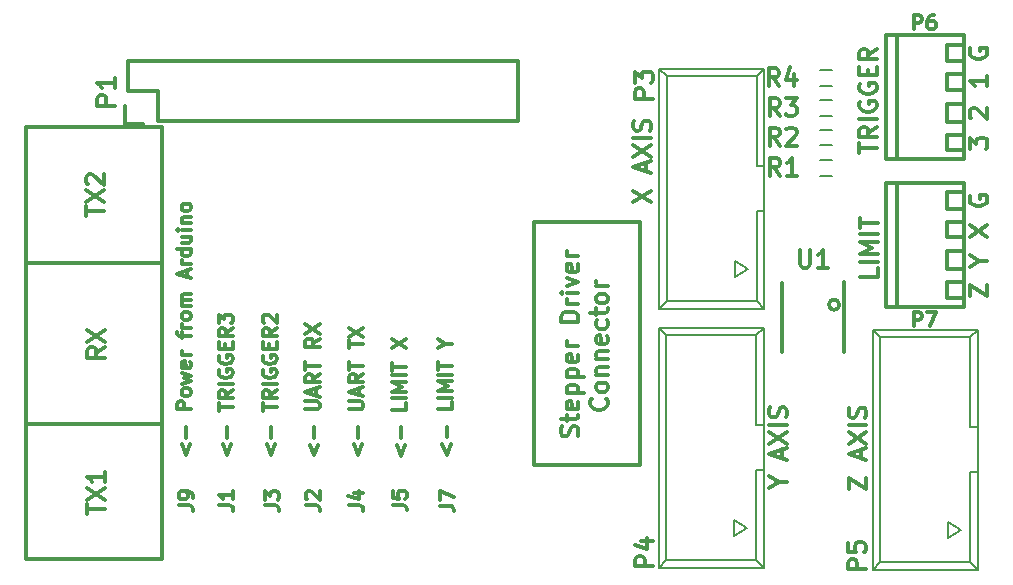
<source format=gto>
G04 #@! TF.FileFunction,Legend,Top*
%FSLAX46Y46*%
G04 Gerber Fmt 4.6, Leading zero omitted, Abs format (unit mm)*
G04 Created by KiCad (PCBNEW 4.0.0-rc1-stable) date 12.5.2016 9:55:22*
%MOMM*%
G01*
G04 APERTURE LIST*
%ADD10C,0.100000*%
%ADD11C,0.300000*%
%ADD12C,0.150000*%
%ADD13C,0.304800*%
G04 APERTURE END LIST*
D10*
D11*
X80078571Y-11699999D02*
X80078571Y-10771428D01*
X80650000Y-11271428D01*
X80650000Y-11057142D01*
X80721429Y-10914285D01*
X80792857Y-10842856D01*
X80935714Y-10771428D01*
X81292857Y-10771428D01*
X81435714Y-10842856D01*
X81507143Y-10914285D01*
X81578571Y-11057142D01*
X81578571Y-11485714D01*
X81507143Y-11628571D01*
X81435714Y-11699999D01*
X80221429Y-9128571D02*
X80150000Y-9057142D01*
X80078571Y-8914285D01*
X80078571Y-8557142D01*
X80150000Y-8414285D01*
X80221429Y-8342856D01*
X80364286Y-8271428D01*
X80507143Y-8271428D01*
X80721429Y-8342856D01*
X81578571Y-9199999D01*
X81578571Y-8271428D01*
X81578571Y-5571428D02*
X81578571Y-6428571D01*
X81578571Y-5999999D02*
X80078571Y-5999999D01*
X80292857Y-6142856D01*
X80435714Y-6285714D01*
X80507143Y-6428571D01*
X80150000Y-3207143D02*
X80078571Y-3350000D01*
X80078571Y-3564286D01*
X80150000Y-3778571D01*
X80292857Y-3921429D01*
X80435714Y-3992857D01*
X80721429Y-4064286D01*
X80935714Y-4064286D01*
X81221429Y-3992857D01*
X81364286Y-3921429D01*
X81507143Y-3778571D01*
X81578571Y-3564286D01*
X81578571Y-3421429D01*
X81507143Y-3207143D01*
X81435714Y-3135714D01*
X80935714Y-3135714D01*
X80935714Y-3421429D01*
X80078571Y-24199999D02*
X80078571Y-23199999D01*
X81578571Y-24199999D01*
X81578571Y-23199999D01*
X80864286Y-21200000D02*
X81578571Y-21200000D01*
X80078571Y-21700000D02*
X80864286Y-21200000D01*
X80078571Y-20700000D01*
X80078571Y-19199999D02*
X81578571Y-18199999D01*
X80078571Y-18199999D02*
X81578571Y-19199999D01*
X80150000Y-15707143D02*
X80078571Y-15850000D01*
X80078571Y-16064286D01*
X80150000Y-16278571D01*
X80292857Y-16421429D01*
X80435714Y-16492857D01*
X80721429Y-16564286D01*
X80935714Y-16564286D01*
X81221429Y-16492857D01*
X81364286Y-16421429D01*
X81507143Y-16278571D01*
X81578571Y-16064286D01*
X81578571Y-15921429D01*
X81507143Y-15707143D01*
X81435714Y-15635714D01*
X80935714Y-15635714D01*
X80935714Y-15921429D01*
X63914286Y-39949999D02*
X64628571Y-39949999D01*
X63128571Y-40449999D02*
X63914286Y-39949999D01*
X63128571Y-39449999D01*
X64200000Y-37878571D02*
X64200000Y-37164285D01*
X64628571Y-38021428D02*
X63128571Y-37521428D01*
X64628571Y-37021428D01*
X63128571Y-36664285D02*
X64628571Y-35664285D01*
X63128571Y-35664285D02*
X64628571Y-36664285D01*
X64628571Y-35092857D02*
X63128571Y-35092857D01*
X64557143Y-34450000D02*
X64628571Y-34235714D01*
X64628571Y-33878571D01*
X64557143Y-33735714D01*
X64485714Y-33664285D01*
X64342857Y-33592857D01*
X64200000Y-33592857D01*
X64057143Y-33664285D01*
X63985714Y-33735714D01*
X63914286Y-33878571D01*
X63842857Y-34164285D01*
X63771429Y-34307143D01*
X63700000Y-34378571D01*
X63557143Y-34450000D01*
X63414286Y-34450000D01*
X63271429Y-34378571D01*
X63200000Y-34307143D01*
X63128571Y-34164285D01*
X63128571Y-33807143D01*
X63200000Y-33592857D01*
X51578571Y-16249999D02*
X53078571Y-15249999D01*
X51578571Y-15249999D02*
X53078571Y-16249999D01*
X52650000Y-13607143D02*
X52650000Y-12892857D01*
X53078571Y-13750000D02*
X51578571Y-13250000D01*
X53078571Y-12750000D01*
X51578571Y-12392857D02*
X53078571Y-11392857D01*
X51578571Y-11392857D02*
X53078571Y-12392857D01*
X53078571Y-10821429D02*
X51578571Y-10821429D01*
X53007143Y-10178572D02*
X53078571Y-9964286D01*
X53078571Y-9607143D01*
X53007143Y-9464286D01*
X52935714Y-9392857D01*
X52792857Y-9321429D01*
X52650000Y-9321429D01*
X52507143Y-9392857D01*
X52435714Y-9464286D01*
X52364286Y-9607143D01*
X52292857Y-9892857D01*
X52221429Y-10035715D01*
X52150000Y-10107143D01*
X52007143Y-10178572D01*
X51864286Y-10178572D01*
X51721429Y-10107143D01*
X51650000Y-10035715D01*
X51578571Y-9892857D01*
X51578571Y-9535715D01*
X51650000Y-9321429D01*
X69828571Y-40549999D02*
X69828571Y-39549999D01*
X71328571Y-40549999D01*
X71328571Y-39549999D01*
X70900000Y-37907143D02*
X70900000Y-37192857D01*
X71328571Y-38050000D02*
X69828571Y-37550000D01*
X71328571Y-37050000D01*
X69828571Y-36692857D02*
X71328571Y-35692857D01*
X69828571Y-35692857D02*
X71328571Y-36692857D01*
X71328571Y-35121429D02*
X69828571Y-35121429D01*
X71257143Y-34478572D02*
X71328571Y-34264286D01*
X71328571Y-33907143D01*
X71257143Y-33764286D01*
X71185714Y-33692857D01*
X71042857Y-33621429D01*
X70900000Y-33621429D01*
X70757143Y-33692857D01*
X70685714Y-33764286D01*
X70614286Y-33907143D01*
X70542857Y-34192857D01*
X70471429Y-34335715D01*
X70400000Y-34407143D01*
X70257143Y-34478572D01*
X70114286Y-34478572D01*
X69971429Y-34407143D01*
X69900000Y-34335715D01*
X69828571Y-34192857D01*
X69828571Y-33835715D01*
X69900000Y-33621429D01*
X70728571Y-12064286D02*
X70728571Y-11207143D01*
X72228571Y-11635714D02*
X70728571Y-11635714D01*
X72228571Y-9850000D02*
X71514286Y-10350000D01*
X72228571Y-10707143D02*
X70728571Y-10707143D01*
X70728571Y-10135715D01*
X70800000Y-9992857D01*
X70871429Y-9921429D01*
X71014286Y-9850000D01*
X71228571Y-9850000D01*
X71371429Y-9921429D01*
X71442857Y-9992857D01*
X71514286Y-10135715D01*
X71514286Y-10707143D01*
X72228571Y-9207143D02*
X70728571Y-9207143D01*
X70800000Y-7707143D02*
X70728571Y-7850000D01*
X70728571Y-8064286D01*
X70800000Y-8278571D01*
X70942857Y-8421429D01*
X71085714Y-8492857D01*
X71371429Y-8564286D01*
X71585714Y-8564286D01*
X71871429Y-8492857D01*
X72014286Y-8421429D01*
X72157143Y-8278571D01*
X72228571Y-8064286D01*
X72228571Y-7921429D01*
X72157143Y-7707143D01*
X72085714Y-7635714D01*
X71585714Y-7635714D01*
X71585714Y-7921429D01*
X70800000Y-6207143D02*
X70728571Y-6350000D01*
X70728571Y-6564286D01*
X70800000Y-6778571D01*
X70942857Y-6921429D01*
X71085714Y-6992857D01*
X71371429Y-7064286D01*
X71585714Y-7064286D01*
X71871429Y-6992857D01*
X72014286Y-6921429D01*
X72157143Y-6778571D01*
X72228571Y-6564286D01*
X72228571Y-6421429D01*
X72157143Y-6207143D01*
X72085714Y-6135714D01*
X71585714Y-6135714D01*
X71585714Y-6421429D01*
X71442857Y-5492857D02*
X71442857Y-4992857D01*
X72228571Y-4778571D02*
X72228571Y-5492857D01*
X70728571Y-5492857D01*
X70728571Y-4778571D01*
X72228571Y-3278571D02*
X71514286Y-3778571D01*
X72228571Y-4135714D02*
X70728571Y-4135714D01*
X70728571Y-3564286D01*
X70800000Y-3421428D01*
X70871429Y-3350000D01*
X71014286Y-3278571D01*
X71228571Y-3278571D01*
X71371429Y-3350000D01*
X71442857Y-3421428D01*
X71514286Y-3564286D01*
X71514286Y-4135714D01*
X72278571Y-21828571D02*
X72278571Y-22542857D01*
X70778571Y-22542857D01*
X72278571Y-21328571D02*
X70778571Y-21328571D01*
X72278571Y-20614285D02*
X70778571Y-20614285D01*
X71850000Y-20114285D01*
X70778571Y-19614285D01*
X72278571Y-19614285D01*
X72278571Y-18899999D02*
X70778571Y-18899999D01*
X70778571Y-18399999D02*
X70778571Y-17542856D01*
X72278571Y-17971427D02*
X70778571Y-17971427D01*
X35442857Y-36714286D02*
X35785714Y-37628572D01*
X36128571Y-36714286D01*
X35785714Y-36142858D02*
X35785714Y-35228572D01*
X36242857Y-33171429D02*
X36242857Y-33742858D01*
X35042857Y-33742858D01*
X36242857Y-32771429D02*
X35042857Y-32771429D01*
X36242857Y-32200000D02*
X35042857Y-32200000D01*
X35900000Y-31800000D01*
X35042857Y-31400000D01*
X36242857Y-31400000D01*
X36242857Y-30828571D02*
X35042857Y-30828571D01*
X35042857Y-30428570D02*
X35042857Y-29742856D01*
X36242857Y-30085713D02*
X35042857Y-30085713D01*
X35671429Y-28199998D02*
X36242857Y-28199998D01*
X35042857Y-28599998D02*
X35671429Y-28199998D01*
X35042857Y-27799998D01*
X31567857Y-36771429D02*
X31910714Y-37685715D01*
X32253571Y-36771429D01*
X31910714Y-36200001D02*
X31910714Y-35285715D01*
X32367857Y-33228572D02*
X32367857Y-33800001D01*
X31167857Y-33800001D01*
X32367857Y-32828572D02*
X31167857Y-32828572D01*
X32367857Y-32257143D02*
X31167857Y-32257143D01*
X32025000Y-31857143D01*
X31167857Y-31457143D01*
X32367857Y-31457143D01*
X32367857Y-30885714D02*
X31167857Y-30885714D01*
X31167857Y-30485713D02*
X31167857Y-29799999D01*
X32367857Y-30142856D02*
X31167857Y-30142856D01*
X31167857Y-28599998D02*
X32367857Y-27799998D01*
X31167857Y-27799998D02*
X32367857Y-28599998D01*
X27917857Y-36728571D02*
X28260714Y-37642857D01*
X28603571Y-36728571D01*
X28260714Y-36157143D02*
X28260714Y-35242857D01*
X27517857Y-33757143D02*
X28489286Y-33757143D01*
X28603571Y-33700000D01*
X28660714Y-33642857D01*
X28717857Y-33528571D01*
X28717857Y-33300000D01*
X28660714Y-33185714D01*
X28603571Y-33128571D01*
X28489286Y-33071428D01*
X27517857Y-33071428D01*
X28375000Y-32557143D02*
X28375000Y-31985714D01*
X28717857Y-32671428D02*
X27517857Y-32271428D01*
X28717857Y-31871428D01*
X28717857Y-30785714D02*
X28146429Y-31185714D01*
X28717857Y-31471429D02*
X27517857Y-31471429D01*
X27517857Y-31014286D01*
X27575000Y-30900000D01*
X27632143Y-30842857D01*
X27746429Y-30785714D01*
X27917857Y-30785714D01*
X28032143Y-30842857D01*
X28089286Y-30900000D01*
X28146429Y-31014286D01*
X28146429Y-31471429D01*
X27517857Y-30442857D02*
X27517857Y-29757143D01*
X28717857Y-30100000D02*
X27517857Y-30100000D01*
X27517857Y-28614285D02*
X27517857Y-27928571D01*
X28717857Y-28271428D02*
X27517857Y-28271428D01*
X27517857Y-27642856D02*
X28717857Y-26842856D01*
X27517857Y-26842856D02*
X28717857Y-27642856D01*
X20617857Y-36725000D02*
X20960714Y-37639286D01*
X21303571Y-36725000D01*
X20960714Y-36153572D02*
X20960714Y-35239286D01*
X20217857Y-33925000D02*
X20217857Y-33239286D01*
X21417857Y-33582143D02*
X20217857Y-33582143D01*
X21417857Y-32153571D02*
X20846429Y-32553571D01*
X21417857Y-32839286D02*
X20217857Y-32839286D01*
X20217857Y-32382143D01*
X20275000Y-32267857D01*
X20332143Y-32210714D01*
X20446429Y-32153571D01*
X20617857Y-32153571D01*
X20732143Y-32210714D01*
X20789286Y-32267857D01*
X20846429Y-32382143D01*
X20846429Y-32839286D01*
X21417857Y-31639286D02*
X20217857Y-31639286D01*
X20275000Y-30439285D02*
X20217857Y-30553571D01*
X20217857Y-30725000D01*
X20275000Y-30896428D01*
X20389286Y-31010714D01*
X20503571Y-31067857D01*
X20732143Y-31125000D01*
X20903571Y-31125000D01*
X21132143Y-31067857D01*
X21246429Y-31010714D01*
X21360714Y-30896428D01*
X21417857Y-30725000D01*
X21417857Y-30610714D01*
X21360714Y-30439285D01*
X21303571Y-30382142D01*
X20903571Y-30382142D01*
X20903571Y-30610714D01*
X20275000Y-29239285D02*
X20217857Y-29353571D01*
X20217857Y-29525000D01*
X20275000Y-29696428D01*
X20389286Y-29810714D01*
X20503571Y-29867857D01*
X20732143Y-29925000D01*
X20903571Y-29925000D01*
X21132143Y-29867857D01*
X21246429Y-29810714D01*
X21360714Y-29696428D01*
X21417857Y-29525000D01*
X21417857Y-29410714D01*
X21360714Y-29239285D01*
X21303571Y-29182142D01*
X20903571Y-29182142D01*
X20903571Y-29410714D01*
X20789286Y-28667857D02*
X20789286Y-28267857D01*
X21417857Y-28096428D02*
X21417857Y-28667857D01*
X20217857Y-28667857D01*
X20217857Y-28096428D01*
X21417857Y-26896428D02*
X20846429Y-27296428D01*
X21417857Y-27582143D02*
X20217857Y-27582143D01*
X20217857Y-27125000D01*
X20275000Y-27010714D01*
X20332143Y-26953571D01*
X20446429Y-26896428D01*
X20617857Y-26896428D01*
X20732143Y-26953571D01*
X20789286Y-27010714D01*
X20846429Y-27125000D01*
X20846429Y-27582143D01*
X20332143Y-26439286D02*
X20275000Y-26382143D01*
X20217857Y-26267857D01*
X20217857Y-25982143D01*
X20275000Y-25867857D01*
X20332143Y-25810714D01*
X20446429Y-25753571D01*
X20560714Y-25753571D01*
X20732143Y-25810714D01*
X21417857Y-26496428D01*
X21417857Y-25753571D01*
X24242857Y-36746428D02*
X24585714Y-37660714D01*
X24928571Y-36746428D01*
X24585714Y-36175000D02*
X24585714Y-35260714D01*
X23842857Y-33775000D02*
X24814286Y-33775000D01*
X24928571Y-33717857D01*
X24985714Y-33660714D01*
X25042857Y-33546428D01*
X25042857Y-33317857D01*
X24985714Y-33203571D01*
X24928571Y-33146428D01*
X24814286Y-33089285D01*
X23842857Y-33089285D01*
X24700000Y-32575000D02*
X24700000Y-32003571D01*
X25042857Y-32689285D02*
X23842857Y-32289285D01*
X25042857Y-31889285D01*
X25042857Y-30803571D02*
X24471429Y-31203571D01*
X25042857Y-31489286D02*
X23842857Y-31489286D01*
X23842857Y-31032143D01*
X23900000Y-30917857D01*
X23957143Y-30860714D01*
X24071429Y-30803571D01*
X24242857Y-30803571D01*
X24357143Y-30860714D01*
X24414286Y-30917857D01*
X24471429Y-31032143D01*
X24471429Y-31489286D01*
X23842857Y-30460714D02*
X23842857Y-29775000D01*
X25042857Y-30117857D02*
X23842857Y-30117857D01*
X25042857Y-27774999D02*
X24471429Y-28174999D01*
X25042857Y-28460714D02*
X23842857Y-28460714D01*
X23842857Y-28003571D01*
X23900000Y-27889285D01*
X23957143Y-27832142D01*
X24071429Y-27774999D01*
X24242857Y-27774999D01*
X24357143Y-27832142D01*
X24414286Y-27889285D01*
X24471429Y-28003571D01*
X24471429Y-28460714D01*
X23842857Y-27374999D02*
X25042857Y-26574999D01*
X23842857Y-26574999D02*
X25042857Y-27374999D01*
X16892857Y-36725000D02*
X17235714Y-37639286D01*
X17578571Y-36725000D01*
X17235714Y-36153572D02*
X17235714Y-35239286D01*
X16492857Y-33925000D02*
X16492857Y-33239286D01*
X17692857Y-33582143D02*
X16492857Y-33582143D01*
X17692857Y-32153571D02*
X17121429Y-32553571D01*
X17692857Y-32839286D02*
X16492857Y-32839286D01*
X16492857Y-32382143D01*
X16550000Y-32267857D01*
X16607143Y-32210714D01*
X16721429Y-32153571D01*
X16892857Y-32153571D01*
X17007143Y-32210714D01*
X17064286Y-32267857D01*
X17121429Y-32382143D01*
X17121429Y-32839286D01*
X17692857Y-31639286D02*
X16492857Y-31639286D01*
X16550000Y-30439285D02*
X16492857Y-30553571D01*
X16492857Y-30725000D01*
X16550000Y-30896428D01*
X16664286Y-31010714D01*
X16778571Y-31067857D01*
X17007143Y-31125000D01*
X17178571Y-31125000D01*
X17407143Y-31067857D01*
X17521429Y-31010714D01*
X17635714Y-30896428D01*
X17692857Y-30725000D01*
X17692857Y-30610714D01*
X17635714Y-30439285D01*
X17578571Y-30382142D01*
X17178571Y-30382142D01*
X17178571Y-30610714D01*
X16550000Y-29239285D02*
X16492857Y-29353571D01*
X16492857Y-29525000D01*
X16550000Y-29696428D01*
X16664286Y-29810714D01*
X16778571Y-29867857D01*
X17007143Y-29925000D01*
X17178571Y-29925000D01*
X17407143Y-29867857D01*
X17521429Y-29810714D01*
X17635714Y-29696428D01*
X17692857Y-29525000D01*
X17692857Y-29410714D01*
X17635714Y-29239285D01*
X17578571Y-29182142D01*
X17178571Y-29182142D01*
X17178571Y-29410714D01*
X17064286Y-28667857D02*
X17064286Y-28267857D01*
X17692857Y-28096428D02*
X17692857Y-28667857D01*
X16492857Y-28667857D01*
X16492857Y-28096428D01*
X17692857Y-26896428D02*
X17121429Y-27296428D01*
X17692857Y-27582143D02*
X16492857Y-27582143D01*
X16492857Y-27125000D01*
X16550000Y-27010714D01*
X16607143Y-26953571D01*
X16721429Y-26896428D01*
X16892857Y-26896428D01*
X17007143Y-26953571D01*
X17064286Y-27010714D01*
X17121429Y-27125000D01*
X17121429Y-27582143D01*
X16492857Y-26496428D02*
X16492857Y-25753571D01*
X16950000Y-26153571D01*
X16950000Y-25982143D01*
X17007143Y-25867857D01*
X17064286Y-25810714D01*
X17178571Y-25753571D01*
X17464286Y-25753571D01*
X17578571Y-25810714D01*
X17635714Y-25867857D01*
X17692857Y-25982143D01*
X17692857Y-26325000D01*
X17635714Y-26439286D01*
X17578571Y-26496428D01*
X13367857Y-36739284D02*
X13710714Y-37653570D01*
X14053571Y-36739284D01*
X13710714Y-36167856D02*
X13710714Y-35253570D01*
X14167857Y-33767856D02*
X12967857Y-33767856D01*
X12967857Y-33310713D01*
X13025000Y-33196427D01*
X13082143Y-33139284D01*
X13196429Y-33082141D01*
X13367857Y-33082141D01*
X13482143Y-33139284D01*
X13539286Y-33196427D01*
X13596429Y-33310713D01*
X13596429Y-33767856D01*
X14167857Y-32396427D02*
X14110714Y-32510713D01*
X14053571Y-32567856D01*
X13939286Y-32624999D01*
X13596429Y-32624999D01*
X13482143Y-32567856D01*
X13425000Y-32510713D01*
X13367857Y-32396427D01*
X13367857Y-32224999D01*
X13425000Y-32110713D01*
X13482143Y-32053570D01*
X13596429Y-31996427D01*
X13939286Y-31996427D01*
X14053571Y-32053570D01*
X14110714Y-32110713D01*
X14167857Y-32224999D01*
X14167857Y-32396427D01*
X13367857Y-31596427D02*
X14167857Y-31367856D01*
X13596429Y-31139285D01*
X14167857Y-30910713D01*
X13367857Y-30682142D01*
X14110714Y-29767856D02*
X14167857Y-29882142D01*
X14167857Y-30110713D01*
X14110714Y-30224999D01*
X13996429Y-30282142D01*
X13539286Y-30282142D01*
X13425000Y-30224999D01*
X13367857Y-30110713D01*
X13367857Y-29882142D01*
X13425000Y-29767856D01*
X13539286Y-29710713D01*
X13653571Y-29710713D01*
X13767857Y-30282142D01*
X14167857Y-29196428D02*
X13367857Y-29196428D01*
X13596429Y-29196428D02*
X13482143Y-29139285D01*
X13425000Y-29082142D01*
X13367857Y-28967856D01*
X13367857Y-28853571D01*
X13367857Y-27710713D02*
X13367857Y-27253570D01*
X14167857Y-27539285D02*
X13139286Y-27539285D01*
X13025000Y-27482142D01*
X12967857Y-27367856D01*
X12967857Y-27253570D01*
X14167857Y-26853571D02*
X13367857Y-26853571D01*
X13596429Y-26853571D02*
X13482143Y-26796428D01*
X13425000Y-26739285D01*
X13367857Y-26624999D01*
X13367857Y-26510714D01*
X14167857Y-25939285D02*
X14110714Y-26053571D01*
X14053571Y-26110714D01*
X13939286Y-26167857D01*
X13596429Y-26167857D01*
X13482143Y-26110714D01*
X13425000Y-26053571D01*
X13367857Y-25939285D01*
X13367857Y-25767857D01*
X13425000Y-25653571D01*
X13482143Y-25596428D01*
X13596429Y-25539285D01*
X13939286Y-25539285D01*
X14053571Y-25596428D01*
X14110714Y-25653571D01*
X14167857Y-25767857D01*
X14167857Y-25939285D01*
X14167857Y-25025000D02*
X13367857Y-25025000D01*
X13482143Y-25025000D02*
X13425000Y-24967857D01*
X13367857Y-24853571D01*
X13367857Y-24682143D01*
X13425000Y-24567857D01*
X13539286Y-24510714D01*
X14167857Y-24510714D01*
X13539286Y-24510714D02*
X13425000Y-24453571D01*
X13367857Y-24339285D01*
X13367857Y-24167857D01*
X13425000Y-24053571D01*
X13539286Y-23996428D01*
X14167857Y-23996428D01*
X13825000Y-22567857D02*
X13825000Y-21996428D01*
X14167857Y-22682142D02*
X12967857Y-22282142D01*
X14167857Y-21882142D01*
X14167857Y-21482143D02*
X13367857Y-21482143D01*
X13596429Y-21482143D02*
X13482143Y-21425000D01*
X13425000Y-21367857D01*
X13367857Y-21253571D01*
X13367857Y-21139286D01*
X14167857Y-20225000D02*
X12967857Y-20225000D01*
X14110714Y-20225000D02*
X14167857Y-20339286D01*
X14167857Y-20567857D01*
X14110714Y-20682143D01*
X14053571Y-20739286D01*
X13939286Y-20796429D01*
X13596429Y-20796429D01*
X13482143Y-20739286D01*
X13425000Y-20682143D01*
X13367857Y-20567857D01*
X13367857Y-20339286D01*
X13425000Y-20225000D01*
X13367857Y-19139286D02*
X14167857Y-19139286D01*
X13367857Y-19653572D02*
X13996429Y-19653572D01*
X14110714Y-19596429D01*
X14167857Y-19482143D01*
X14167857Y-19310715D01*
X14110714Y-19196429D01*
X14053571Y-19139286D01*
X14167857Y-18567858D02*
X13367857Y-18567858D01*
X12967857Y-18567858D02*
X13025000Y-18625001D01*
X13082143Y-18567858D01*
X13025000Y-18510715D01*
X12967857Y-18567858D01*
X13082143Y-18567858D01*
X13367857Y-17996429D02*
X14167857Y-17996429D01*
X13482143Y-17996429D02*
X13425000Y-17939286D01*
X13367857Y-17825000D01*
X13367857Y-17653572D01*
X13425000Y-17539286D01*
X13539286Y-17482143D01*
X14167857Y-17482143D01*
X14167857Y-16739286D02*
X14110714Y-16853572D01*
X14053571Y-16910715D01*
X13939286Y-16967858D01*
X13596429Y-16967858D01*
X13482143Y-16910715D01*
X13425000Y-16853572D01*
X13367857Y-16739286D01*
X13367857Y-16567858D01*
X13425000Y-16453572D01*
X13482143Y-16396429D01*
X13596429Y-16339286D01*
X13939286Y-16339286D01*
X14053571Y-16396429D01*
X14110714Y-16453572D01*
X14167857Y-16567858D01*
X14167857Y-16739286D01*
X175000Y-46475000D02*
X175000Y-9875000D01*
X52175000Y-38475000D02*
X52175000Y-17875000D01*
X43175000Y-21875000D02*
X43175000Y-17975000D01*
X43175000Y-17975000D02*
X43175000Y-17875000D01*
X43175000Y-17875000D02*
X46675000Y-17875000D01*
X43175000Y-33275000D02*
X43175000Y-38475000D01*
X43175000Y-38475000D02*
X44675000Y-38475000D01*
X46475000Y-38475000D02*
X52175000Y-38475000D01*
X46675000Y-17875000D02*
X52175000Y-17875000D01*
X46475000Y-38475000D02*
X44675000Y-38475000D01*
X43175000Y-33275000D02*
X43175000Y-21875000D01*
X175000Y-21375000D02*
X11675000Y-21375000D01*
X175000Y-34975000D02*
X11675000Y-34975000D01*
X11675000Y-46475000D02*
X11675000Y-9875000D01*
X11675000Y-9875000D02*
X175000Y-9875000D01*
X11675000Y-46475000D02*
X175000Y-46475000D01*
X8805000Y-4255000D02*
X41825000Y-4255000D01*
X11345000Y-9335000D02*
X41825000Y-9335000D01*
X41825000Y-4255000D02*
X41825000Y-9335000D01*
X8805000Y-4255000D02*
X8805000Y-6795000D01*
X10075000Y-9615000D02*
X8525000Y-9615000D01*
X8805000Y-6795000D02*
X11345000Y-6795000D01*
X11345000Y-6795000D02*
X11345000Y-9335000D01*
X8525000Y-9615000D02*
X8525000Y-8065000D01*
D12*
X54440000Y-24625000D02*
X53805000Y-25260000D01*
X62060000Y-24625000D02*
X62695000Y-25260000D01*
X62060000Y-5575000D02*
X62695000Y-4940000D01*
X54440000Y-5575000D02*
X53805000Y-4940000D01*
X62695000Y-13195000D02*
X62060000Y-13195000D01*
X62060000Y-13195000D02*
X62060000Y-5575000D01*
X62060000Y-5575000D02*
X54440000Y-5575000D01*
X54440000Y-5575000D02*
X54440000Y-24625000D01*
X54440000Y-24625000D02*
X62060000Y-24625000D01*
X62060000Y-24625000D02*
X62060000Y-17005000D01*
X62060000Y-17005000D02*
X62695000Y-17005000D01*
X62695000Y-25260000D02*
X62695000Y-4940000D01*
X53805000Y-4940000D02*
X53805000Y-25260000D01*
X53805000Y-25260000D02*
X62695000Y-25260000D01*
X53805000Y-4940000D02*
X62695000Y-4940000D01*
X60218500Y-22598080D02*
X61287840Y-21899580D01*
X61287840Y-21899580D02*
X60218500Y-21198540D01*
X60218500Y-21198540D02*
X60218500Y-22598080D01*
X54390000Y-46525000D02*
X53755000Y-47160000D01*
X62010000Y-46525000D02*
X62645000Y-47160000D01*
X62010000Y-27475000D02*
X62645000Y-26840000D01*
X54390000Y-27475000D02*
X53755000Y-26840000D01*
X62645000Y-35095000D02*
X62010000Y-35095000D01*
X62010000Y-35095000D02*
X62010000Y-27475000D01*
X62010000Y-27475000D02*
X54390000Y-27475000D01*
X54390000Y-27475000D02*
X54390000Y-46525000D01*
X54390000Y-46525000D02*
X62010000Y-46525000D01*
X62010000Y-46525000D02*
X62010000Y-38905000D01*
X62010000Y-38905000D02*
X62645000Y-38905000D01*
X62645000Y-47160000D02*
X62645000Y-26840000D01*
X53755000Y-26840000D02*
X53755000Y-47160000D01*
X53755000Y-47160000D02*
X62645000Y-47160000D01*
X53755000Y-26840000D02*
X62645000Y-26840000D01*
X60168500Y-44498080D02*
X61237840Y-43799580D01*
X61237840Y-43799580D02*
X60168500Y-43098540D01*
X60168500Y-43098540D02*
X60168500Y-44498080D01*
X72490000Y-46725000D02*
X71855000Y-47360000D01*
X80110000Y-46725000D02*
X80745000Y-47360000D01*
X80110000Y-27675000D02*
X80745000Y-27040000D01*
X72490000Y-27675000D02*
X71855000Y-27040000D01*
X80745000Y-35295000D02*
X80110000Y-35295000D01*
X80110000Y-35295000D02*
X80110000Y-27675000D01*
X80110000Y-27675000D02*
X72490000Y-27675000D01*
X72490000Y-27675000D02*
X72490000Y-46725000D01*
X72490000Y-46725000D02*
X80110000Y-46725000D01*
X80110000Y-46725000D02*
X80110000Y-39105000D01*
X80110000Y-39105000D02*
X80745000Y-39105000D01*
X80745000Y-47360000D02*
X80745000Y-27040000D01*
X71855000Y-27040000D02*
X71855000Y-47360000D01*
X71855000Y-47360000D02*
X80745000Y-47360000D01*
X71855000Y-27040000D02*
X80745000Y-27040000D01*
X78268500Y-44698080D02*
X79337840Y-43999580D01*
X79337840Y-43999580D02*
X78268500Y-43298540D01*
X78268500Y-43298540D02*
X78268500Y-44698080D01*
D11*
X78200000Y-5800000D02*
X78200000Y-5400000D01*
X78200000Y-5400000D02*
X79600000Y-5400000D01*
X78200000Y-6700000D02*
X79600000Y-6700000D01*
X78200000Y-6700000D02*
X78200000Y-5500000D01*
X78200000Y-2900000D02*
X79600000Y-2900000D01*
X78200000Y-4300000D02*
X78200000Y-2900000D01*
X78200000Y-4300000D02*
X79600000Y-4300000D01*
X79600000Y-4700000D02*
X79600000Y-2100000D01*
X79600000Y-2100000D02*
X76300000Y-2100000D01*
X73900000Y-4700000D02*
X73900000Y-2100000D01*
X73000000Y-4700000D02*
X73000000Y-2100000D01*
X76300000Y-2100000D02*
X73000000Y-2100000D01*
X73900000Y-12600000D02*
X73900000Y-4700000D01*
X78200000Y-9400000D02*
X78200000Y-7900000D01*
X78200000Y-7900000D02*
X79600000Y-7900000D01*
X78200000Y-9400000D02*
X79600000Y-9400000D01*
X79600000Y-11800000D02*
X78200000Y-11800000D01*
X78200000Y-11800000D02*
X78200000Y-10500000D01*
X78200000Y-10500000D02*
X79600000Y-10500000D01*
X79600000Y-4700000D02*
X79600000Y-12600000D01*
X79600000Y-12600000D02*
X76300000Y-12600000D01*
X73000000Y-8600000D02*
X73000000Y-4700000D01*
X73000000Y-12600000D02*
X74600000Y-12600000D01*
X73000000Y-8600000D02*
X73000000Y-12600000D01*
X76300000Y-12600000D02*
X74600000Y-12600000D01*
X78200000Y-18300000D02*
X78200000Y-17900000D01*
X78200000Y-17900000D02*
X79600000Y-17900000D01*
X78200000Y-19200000D02*
X79600000Y-19200000D01*
X78200000Y-19200000D02*
X78200000Y-18000000D01*
X78200000Y-15400000D02*
X79600000Y-15400000D01*
X78200000Y-16800000D02*
X78200000Y-15400000D01*
X78200000Y-16800000D02*
X79600000Y-16800000D01*
X79600000Y-17200000D02*
X79600000Y-14600000D01*
X79600000Y-14600000D02*
X76300000Y-14600000D01*
X73900000Y-17200000D02*
X73900000Y-14600000D01*
X73000000Y-17200000D02*
X73000000Y-14600000D01*
X76300000Y-14600000D02*
X73000000Y-14600000D01*
X73900000Y-25100000D02*
X73900000Y-17200000D01*
X78200000Y-21900000D02*
X78200000Y-20400000D01*
X78200000Y-20400000D02*
X79600000Y-20400000D01*
X78200000Y-21900000D02*
X79600000Y-21900000D01*
X79600000Y-24300000D02*
X78200000Y-24300000D01*
X78200000Y-24300000D02*
X78200000Y-23000000D01*
X78200000Y-23000000D02*
X79600000Y-23000000D01*
X79600000Y-17200000D02*
X79600000Y-25100000D01*
X79600000Y-25100000D02*
X76300000Y-25100000D01*
X73000000Y-21100000D02*
X73000000Y-17200000D01*
X73000000Y-25100000D02*
X74600000Y-25100000D01*
X73000000Y-21100000D02*
X73000000Y-25100000D01*
X76300000Y-25100000D02*
X74600000Y-25100000D01*
D12*
X68400000Y-13975000D02*
X67400000Y-13975000D01*
X67400000Y-12625000D02*
X68400000Y-12625000D01*
X68400000Y-11425000D02*
X67400000Y-11425000D01*
X67400000Y-10075000D02*
X68400000Y-10075000D01*
X68400000Y-8925000D02*
X67400000Y-8925000D01*
X67400000Y-7575000D02*
X68400000Y-7575000D01*
X68400000Y-6425000D02*
X67400000Y-6425000D01*
X67400000Y-5075000D02*
X68400000Y-5075000D01*
D11*
X69047214Y-24900000D02*
G75*
G03X69047214Y-24900000I-447214J0D01*
G01*
X64200000Y-28900000D02*
X64200000Y-23100000D01*
X69400000Y-28900000D02*
X69400000Y-23000000D01*
X49310714Y-32853571D02*
X49382143Y-32925000D01*
X49453571Y-33139286D01*
X49453571Y-33282143D01*
X49382143Y-33496428D01*
X49239286Y-33639286D01*
X49096429Y-33710714D01*
X48810714Y-33782143D01*
X48596429Y-33782143D01*
X48310714Y-33710714D01*
X48167857Y-33639286D01*
X48025000Y-33496428D01*
X47953571Y-33282143D01*
X47953571Y-33139286D01*
X48025000Y-32925000D01*
X48096429Y-32853571D01*
X49453571Y-31996428D02*
X49382143Y-32139286D01*
X49310714Y-32210714D01*
X49167857Y-32282143D01*
X48739286Y-32282143D01*
X48596429Y-32210714D01*
X48525000Y-32139286D01*
X48453571Y-31996428D01*
X48453571Y-31782143D01*
X48525000Y-31639286D01*
X48596429Y-31567857D01*
X48739286Y-31496428D01*
X49167857Y-31496428D01*
X49310714Y-31567857D01*
X49382143Y-31639286D01*
X49453571Y-31782143D01*
X49453571Y-31996428D01*
X48453571Y-30853571D02*
X49453571Y-30853571D01*
X48596429Y-30853571D02*
X48525000Y-30782143D01*
X48453571Y-30639285D01*
X48453571Y-30425000D01*
X48525000Y-30282143D01*
X48667857Y-30210714D01*
X49453571Y-30210714D01*
X48453571Y-29496428D02*
X49453571Y-29496428D01*
X48596429Y-29496428D02*
X48525000Y-29425000D01*
X48453571Y-29282142D01*
X48453571Y-29067857D01*
X48525000Y-28925000D01*
X48667857Y-28853571D01*
X49453571Y-28853571D01*
X49382143Y-27567857D02*
X49453571Y-27710714D01*
X49453571Y-27996428D01*
X49382143Y-28139285D01*
X49239286Y-28210714D01*
X48667857Y-28210714D01*
X48525000Y-28139285D01*
X48453571Y-27996428D01*
X48453571Y-27710714D01*
X48525000Y-27567857D01*
X48667857Y-27496428D01*
X48810714Y-27496428D01*
X48953571Y-28210714D01*
X49382143Y-26210714D02*
X49453571Y-26353571D01*
X49453571Y-26639285D01*
X49382143Y-26782143D01*
X49310714Y-26853571D01*
X49167857Y-26925000D01*
X48739286Y-26925000D01*
X48596429Y-26853571D01*
X48525000Y-26782143D01*
X48453571Y-26639285D01*
X48453571Y-26353571D01*
X48525000Y-26210714D01*
X48453571Y-25782143D02*
X48453571Y-25210714D01*
X47953571Y-25567857D02*
X49239286Y-25567857D01*
X49382143Y-25496429D01*
X49453571Y-25353571D01*
X49453571Y-25210714D01*
X49453571Y-24496428D02*
X49382143Y-24639286D01*
X49310714Y-24710714D01*
X49167857Y-24782143D01*
X48739286Y-24782143D01*
X48596429Y-24710714D01*
X48525000Y-24639286D01*
X48453571Y-24496428D01*
X48453571Y-24282143D01*
X48525000Y-24139286D01*
X48596429Y-24067857D01*
X48739286Y-23996428D01*
X49167857Y-23996428D01*
X49310714Y-24067857D01*
X49382143Y-24139286D01*
X49453571Y-24282143D01*
X49453571Y-24496428D01*
X49453571Y-23353571D02*
X48453571Y-23353571D01*
X48739286Y-23353571D02*
X48596429Y-23282143D01*
X48525000Y-23210714D01*
X48453571Y-23067857D01*
X48453571Y-22925000D01*
X46882143Y-36060713D02*
X46953571Y-35846427D01*
X46953571Y-35489284D01*
X46882143Y-35346427D01*
X46810714Y-35274998D01*
X46667857Y-35203570D01*
X46525000Y-35203570D01*
X46382143Y-35274998D01*
X46310714Y-35346427D01*
X46239286Y-35489284D01*
X46167857Y-35774998D01*
X46096429Y-35917856D01*
X46025000Y-35989284D01*
X45882143Y-36060713D01*
X45739286Y-36060713D01*
X45596429Y-35989284D01*
X45525000Y-35917856D01*
X45453571Y-35774998D01*
X45453571Y-35417856D01*
X45525000Y-35203570D01*
X45953571Y-34774999D02*
X45953571Y-34203570D01*
X45453571Y-34560713D02*
X46739286Y-34560713D01*
X46882143Y-34489285D01*
X46953571Y-34346427D01*
X46953571Y-34203570D01*
X46882143Y-33132142D02*
X46953571Y-33274999D01*
X46953571Y-33560713D01*
X46882143Y-33703570D01*
X46739286Y-33774999D01*
X46167857Y-33774999D01*
X46025000Y-33703570D01*
X45953571Y-33560713D01*
X45953571Y-33274999D01*
X46025000Y-33132142D01*
X46167857Y-33060713D01*
X46310714Y-33060713D01*
X46453571Y-33774999D01*
X45953571Y-32417856D02*
X47453571Y-32417856D01*
X46025000Y-32417856D02*
X45953571Y-32274999D01*
X45953571Y-31989285D01*
X46025000Y-31846428D01*
X46096429Y-31774999D01*
X46239286Y-31703570D01*
X46667857Y-31703570D01*
X46810714Y-31774999D01*
X46882143Y-31846428D01*
X46953571Y-31989285D01*
X46953571Y-32274999D01*
X46882143Y-32417856D01*
X45953571Y-31060713D02*
X47453571Y-31060713D01*
X46025000Y-31060713D02*
X45953571Y-30917856D01*
X45953571Y-30632142D01*
X46025000Y-30489285D01*
X46096429Y-30417856D01*
X46239286Y-30346427D01*
X46667857Y-30346427D01*
X46810714Y-30417856D01*
X46882143Y-30489285D01*
X46953571Y-30632142D01*
X46953571Y-30917856D01*
X46882143Y-31060713D01*
X46882143Y-29132142D02*
X46953571Y-29274999D01*
X46953571Y-29560713D01*
X46882143Y-29703570D01*
X46739286Y-29774999D01*
X46167857Y-29774999D01*
X46025000Y-29703570D01*
X45953571Y-29560713D01*
X45953571Y-29274999D01*
X46025000Y-29132142D01*
X46167857Y-29060713D01*
X46310714Y-29060713D01*
X46453571Y-29774999D01*
X46953571Y-28417856D02*
X45953571Y-28417856D01*
X46239286Y-28417856D02*
X46096429Y-28346428D01*
X46025000Y-28274999D01*
X45953571Y-28132142D01*
X45953571Y-27989285D01*
X46953571Y-26346428D02*
X45453571Y-26346428D01*
X45453571Y-25989285D01*
X45525000Y-25775000D01*
X45667857Y-25632142D01*
X45810714Y-25560714D01*
X46096429Y-25489285D01*
X46310714Y-25489285D01*
X46596429Y-25560714D01*
X46739286Y-25632142D01*
X46882143Y-25775000D01*
X46953571Y-25989285D01*
X46953571Y-26346428D01*
X46953571Y-24846428D02*
X45953571Y-24846428D01*
X46239286Y-24846428D02*
X46096429Y-24775000D01*
X46025000Y-24703571D01*
X45953571Y-24560714D01*
X45953571Y-24417857D01*
X46953571Y-23917857D02*
X45953571Y-23917857D01*
X45453571Y-23917857D02*
X45525000Y-23989286D01*
X45596429Y-23917857D01*
X45525000Y-23846429D01*
X45453571Y-23917857D01*
X45596429Y-23917857D01*
X45953571Y-23346428D02*
X46953571Y-22989285D01*
X45953571Y-22632143D01*
X46882143Y-21489286D02*
X46953571Y-21632143D01*
X46953571Y-21917857D01*
X46882143Y-22060714D01*
X46739286Y-22132143D01*
X46167857Y-22132143D01*
X46025000Y-22060714D01*
X45953571Y-21917857D01*
X45953571Y-21632143D01*
X46025000Y-21489286D01*
X46167857Y-21417857D01*
X46310714Y-21417857D01*
X46453571Y-22132143D01*
X46953571Y-20775000D02*
X45953571Y-20775000D01*
X46239286Y-20775000D02*
X46096429Y-20703572D01*
X46025000Y-20632143D01*
X45953571Y-20489286D01*
X45953571Y-20346429D01*
X5253571Y-17432142D02*
X5253571Y-16574999D01*
X6753571Y-17003570D02*
X5253571Y-17003570D01*
X5253571Y-16217856D02*
X6753571Y-15217856D01*
X5253571Y-15217856D02*
X6753571Y-16217856D01*
X5396429Y-14717857D02*
X5325000Y-14646428D01*
X5253571Y-14503571D01*
X5253571Y-14146428D01*
X5325000Y-14003571D01*
X5396429Y-13932142D01*
X5539286Y-13860714D01*
X5682143Y-13860714D01*
X5896429Y-13932142D01*
X6753571Y-14789285D01*
X6753571Y-13860714D01*
X6853571Y-28524999D02*
X6139286Y-29024999D01*
X6853571Y-29382142D02*
X5353571Y-29382142D01*
X5353571Y-28810714D01*
X5425000Y-28667856D01*
X5496429Y-28596428D01*
X5639286Y-28524999D01*
X5853571Y-28524999D01*
X5996429Y-28596428D01*
X6067857Y-28667856D01*
X6139286Y-28810714D01*
X6139286Y-29382142D01*
X5353571Y-28024999D02*
X6853571Y-27024999D01*
X5353571Y-27024999D02*
X6853571Y-28024999D01*
X5353571Y-42632142D02*
X5353571Y-41774999D01*
X6853571Y-42203570D02*
X5353571Y-42203570D01*
X5353571Y-41417856D02*
X6853571Y-40417856D01*
X5353571Y-40417856D02*
X6853571Y-41417856D01*
X6853571Y-39060714D02*
X6853571Y-39917857D01*
X6853571Y-39489285D02*
X5353571Y-39489285D01*
X5567857Y-39632142D01*
X5710714Y-39775000D01*
X5782143Y-39917857D01*
X16542857Y-41900000D02*
X17400000Y-41900000D01*
X17571429Y-41957142D01*
X17685714Y-42071428D01*
X17742857Y-42242857D01*
X17742857Y-42357142D01*
X17742857Y-40699999D02*
X17742857Y-41385714D01*
X17742857Y-41042856D02*
X16542857Y-41042856D01*
X16714286Y-41157142D01*
X16828571Y-41271428D01*
X16885714Y-41385714D01*
X23867857Y-41900000D02*
X24725000Y-41900000D01*
X24896429Y-41957142D01*
X25010714Y-42071428D01*
X25067857Y-42242857D01*
X25067857Y-42357142D01*
X23982143Y-41385714D02*
X23925000Y-41328571D01*
X23867857Y-41214285D01*
X23867857Y-40928571D01*
X23925000Y-40814285D01*
X23982143Y-40757142D01*
X24096429Y-40699999D01*
X24210714Y-40699999D01*
X24382143Y-40757142D01*
X25067857Y-41442856D01*
X25067857Y-40699999D01*
X20392857Y-41900000D02*
X21250000Y-41900000D01*
X21421429Y-41957142D01*
X21535714Y-42071428D01*
X21592857Y-42242857D01*
X21592857Y-42357142D01*
X20392857Y-41442856D02*
X20392857Y-40699999D01*
X20850000Y-41099999D01*
X20850000Y-40928571D01*
X20907143Y-40814285D01*
X20964286Y-40757142D01*
X21078571Y-40699999D01*
X21364286Y-40699999D01*
X21478571Y-40757142D01*
X21535714Y-40814285D01*
X21592857Y-40928571D01*
X21592857Y-41271428D01*
X21535714Y-41385714D01*
X21478571Y-41442856D01*
X27542857Y-41900000D02*
X28400000Y-41900000D01*
X28571429Y-41957142D01*
X28685714Y-42071428D01*
X28742857Y-42242857D01*
X28742857Y-42357142D01*
X27942857Y-40814285D02*
X28742857Y-40814285D01*
X27485714Y-41099999D02*
X28342857Y-41385714D01*
X28342857Y-40642856D01*
X31217857Y-41850000D02*
X32075000Y-41850000D01*
X32246429Y-41907142D01*
X32360714Y-42021428D01*
X32417857Y-42192857D01*
X32417857Y-42307142D01*
X31217857Y-40707142D02*
X31217857Y-41278571D01*
X31789286Y-41335714D01*
X31732143Y-41278571D01*
X31675000Y-41164285D01*
X31675000Y-40878571D01*
X31732143Y-40764285D01*
X31789286Y-40707142D01*
X31903571Y-40649999D01*
X32189286Y-40649999D01*
X32303571Y-40707142D01*
X32360714Y-40764285D01*
X32417857Y-40878571D01*
X32417857Y-41164285D01*
X32360714Y-41278571D01*
X32303571Y-41335714D01*
X35217857Y-41925000D02*
X36075000Y-41925000D01*
X36246429Y-41982142D01*
X36360714Y-42096428D01*
X36417857Y-42267857D01*
X36417857Y-42382142D01*
X35217857Y-41467856D02*
X35217857Y-40667856D01*
X36417857Y-41182142D01*
X13117857Y-41900000D02*
X13975000Y-41900000D01*
X14146429Y-41957142D01*
X14260714Y-42071428D01*
X14317857Y-42242857D01*
X14317857Y-42357142D01*
X14317857Y-41271428D02*
X14317857Y-41042856D01*
X14260714Y-40928571D01*
X14203571Y-40871428D01*
X14032143Y-40757142D01*
X13803571Y-40699999D01*
X13346429Y-40699999D01*
X13232143Y-40757142D01*
X13175000Y-40814285D01*
X13117857Y-40928571D01*
X13117857Y-41157142D01*
X13175000Y-41271428D01*
X13232143Y-41328571D01*
X13346429Y-41385714D01*
X13632143Y-41385714D01*
X13746429Y-41328571D01*
X13803571Y-41271428D01*
X13860714Y-41157142D01*
X13860714Y-40928571D01*
X13803571Y-40814285D01*
X13746429Y-40757142D01*
X13632143Y-40699999D01*
D13*
X7714429Y-8049857D02*
X6190429Y-8049857D01*
X6190429Y-7469285D01*
X6263000Y-7324143D01*
X6335571Y-7251571D01*
X6480714Y-7179000D01*
X6698429Y-7179000D01*
X6843571Y-7251571D01*
X6916143Y-7324143D01*
X6988714Y-7469285D01*
X6988714Y-8049857D01*
X7714429Y-5727571D02*
X7714429Y-6598428D01*
X7714429Y-6163000D02*
X6190429Y-6163000D01*
X6408143Y-6308143D01*
X6553286Y-6453285D01*
X6625857Y-6598428D01*
D11*
X53228571Y-7457142D02*
X51728571Y-7457142D01*
X51728571Y-6885714D01*
X51800000Y-6742856D01*
X51871429Y-6671428D01*
X52014286Y-6599999D01*
X52228571Y-6599999D01*
X52371429Y-6671428D01*
X52442857Y-6742856D01*
X52514286Y-6885714D01*
X52514286Y-7457142D01*
X51728571Y-6099999D02*
X51728571Y-5171428D01*
X52300000Y-5671428D01*
X52300000Y-5457142D01*
X52371429Y-5314285D01*
X52442857Y-5242856D01*
X52585714Y-5171428D01*
X52942857Y-5171428D01*
X53085714Y-5242856D01*
X53157143Y-5314285D01*
X53228571Y-5457142D01*
X53228571Y-5885714D01*
X53157143Y-6028571D01*
X53085714Y-6099999D01*
X53278571Y-47057142D02*
X51778571Y-47057142D01*
X51778571Y-46485714D01*
X51850000Y-46342856D01*
X51921429Y-46271428D01*
X52064286Y-46199999D01*
X52278571Y-46199999D01*
X52421429Y-46271428D01*
X52492857Y-46342856D01*
X52564286Y-46485714D01*
X52564286Y-47057142D01*
X52278571Y-44914285D02*
X53278571Y-44914285D01*
X51707143Y-45271428D02*
X52778571Y-45628571D01*
X52778571Y-44699999D01*
X71278571Y-47307142D02*
X69778571Y-47307142D01*
X69778571Y-46735714D01*
X69850000Y-46592856D01*
X69921429Y-46521428D01*
X70064286Y-46449999D01*
X70278571Y-46449999D01*
X70421429Y-46521428D01*
X70492857Y-46592856D01*
X70564286Y-46735714D01*
X70564286Y-47307142D01*
X69778571Y-45092856D02*
X69778571Y-45807142D01*
X70492857Y-45878571D01*
X70421429Y-45807142D01*
X70350000Y-45664285D01*
X70350000Y-45307142D01*
X70421429Y-45164285D01*
X70492857Y-45092856D01*
X70635714Y-45021428D01*
X70992857Y-45021428D01*
X71135714Y-45092856D01*
X71207143Y-45164285D01*
X71278571Y-45307142D01*
X71278571Y-45664285D01*
X71207143Y-45807142D01*
X71135714Y-45878571D01*
X75364286Y-1592857D02*
X75364286Y-392857D01*
X75821429Y-392857D01*
X75935715Y-450000D01*
X75992858Y-507143D01*
X76050001Y-621429D01*
X76050001Y-792857D01*
X75992858Y-907143D01*
X75935715Y-964286D01*
X75821429Y-1021429D01*
X75364286Y-1021429D01*
X77078572Y-392857D02*
X76850001Y-392857D01*
X76735715Y-450000D01*
X76678572Y-507143D01*
X76564286Y-678571D01*
X76507143Y-907143D01*
X76507143Y-1364286D01*
X76564286Y-1478571D01*
X76621429Y-1535714D01*
X76735715Y-1592857D01*
X76964286Y-1592857D01*
X77078572Y-1535714D01*
X77135715Y-1478571D01*
X77192858Y-1364286D01*
X77192858Y-1078571D01*
X77135715Y-964286D01*
X77078572Y-907143D01*
X76964286Y-850000D01*
X76735715Y-850000D01*
X76621429Y-907143D01*
X76564286Y-964286D01*
X76507143Y-1078571D01*
X75364286Y-26742857D02*
X75364286Y-25542857D01*
X75821429Y-25542857D01*
X75935715Y-25600000D01*
X75992858Y-25657143D01*
X76050001Y-25771429D01*
X76050001Y-25942857D01*
X75992858Y-26057143D01*
X75935715Y-26114286D01*
X75821429Y-26171429D01*
X75364286Y-26171429D01*
X76450001Y-25542857D02*
X77250001Y-25542857D01*
X76735715Y-26742857D01*
X64050001Y-13978571D02*
X63550001Y-13264286D01*
X63192858Y-13978571D02*
X63192858Y-12478571D01*
X63764286Y-12478571D01*
X63907144Y-12550000D01*
X63978572Y-12621429D01*
X64050001Y-12764286D01*
X64050001Y-12978571D01*
X63978572Y-13121429D01*
X63907144Y-13192857D01*
X63764286Y-13264286D01*
X63192858Y-13264286D01*
X65478572Y-13978571D02*
X64621429Y-13978571D01*
X65050001Y-13978571D02*
X65050001Y-12478571D01*
X64907144Y-12692857D01*
X64764286Y-12835714D01*
X64621429Y-12907143D01*
X64000001Y-11428571D02*
X63500001Y-10714286D01*
X63142858Y-11428571D02*
X63142858Y-9928571D01*
X63714286Y-9928571D01*
X63857144Y-10000000D01*
X63928572Y-10071429D01*
X64000001Y-10214286D01*
X64000001Y-10428571D01*
X63928572Y-10571429D01*
X63857144Y-10642857D01*
X63714286Y-10714286D01*
X63142858Y-10714286D01*
X64571429Y-10071429D02*
X64642858Y-10000000D01*
X64785715Y-9928571D01*
X65142858Y-9928571D01*
X65285715Y-10000000D01*
X65357144Y-10071429D01*
X65428572Y-10214286D01*
X65428572Y-10357143D01*
X65357144Y-10571429D01*
X64500001Y-11428571D01*
X65428572Y-11428571D01*
X64000001Y-8928571D02*
X63500001Y-8214286D01*
X63142858Y-8928571D02*
X63142858Y-7428571D01*
X63714286Y-7428571D01*
X63857144Y-7500000D01*
X63928572Y-7571429D01*
X64000001Y-7714286D01*
X64000001Y-7928571D01*
X63928572Y-8071429D01*
X63857144Y-8142857D01*
X63714286Y-8214286D01*
X63142858Y-8214286D01*
X64500001Y-7428571D02*
X65428572Y-7428571D01*
X64928572Y-8000000D01*
X65142858Y-8000000D01*
X65285715Y-8071429D01*
X65357144Y-8142857D01*
X65428572Y-8285714D01*
X65428572Y-8642857D01*
X65357144Y-8785714D01*
X65285715Y-8857143D01*
X65142858Y-8928571D01*
X64714286Y-8928571D01*
X64571429Y-8857143D01*
X64500001Y-8785714D01*
X63950001Y-6378571D02*
X63450001Y-5664286D01*
X63092858Y-6378571D02*
X63092858Y-4878571D01*
X63664286Y-4878571D01*
X63807144Y-4950000D01*
X63878572Y-5021429D01*
X63950001Y-5164286D01*
X63950001Y-5378571D01*
X63878572Y-5521429D01*
X63807144Y-5592857D01*
X63664286Y-5664286D01*
X63092858Y-5664286D01*
X65235715Y-5378571D02*
X65235715Y-6378571D01*
X64878572Y-4807143D02*
X64521429Y-5878571D01*
X65450001Y-5878571D01*
X65707143Y-20278571D02*
X65707143Y-21492857D01*
X65778571Y-21635714D01*
X65850000Y-21707143D01*
X65992857Y-21778571D01*
X66278571Y-21778571D01*
X66421429Y-21707143D01*
X66492857Y-21635714D01*
X66564286Y-21492857D01*
X66564286Y-20278571D01*
X68064286Y-21778571D02*
X67207143Y-21778571D01*
X67635715Y-21778571D02*
X67635715Y-20278571D01*
X67492858Y-20492857D01*
X67350000Y-20635714D01*
X67207143Y-20707143D01*
M02*

</source>
